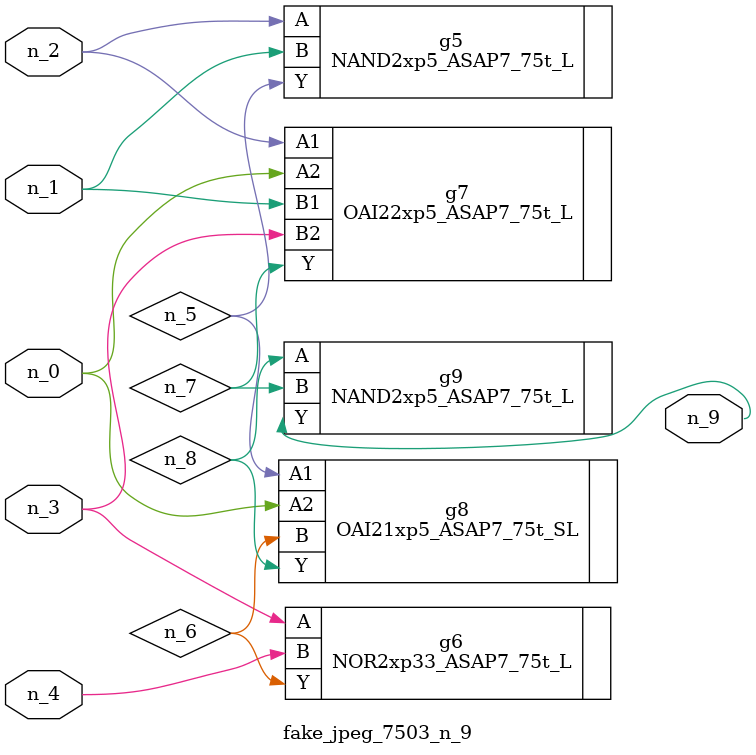
<source format=v>
module fake_jpeg_7503_n_9 (n_3, n_2, n_1, n_0, n_4, n_9);

input n_3;
input n_2;
input n_1;
input n_0;
input n_4;

output n_9;

wire n_8;
wire n_6;
wire n_5;
wire n_7;

NAND2xp5_ASAP7_75t_L g5 ( 
.A(n_2),
.B(n_1),
.Y(n_5)
);

NOR2xp33_ASAP7_75t_L g6 ( 
.A(n_3),
.B(n_4),
.Y(n_6)
);

OAI22xp5_ASAP7_75t_L g7 ( 
.A1(n_2),
.A2(n_0),
.B1(n_1),
.B2(n_3),
.Y(n_7)
);

OAI21xp5_ASAP7_75t_SL g8 ( 
.A1(n_5),
.A2(n_0),
.B(n_6),
.Y(n_8)
);

NAND2xp5_ASAP7_75t_L g9 ( 
.A(n_8),
.B(n_7),
.Y(n_9)
);


endmodule
</source>
